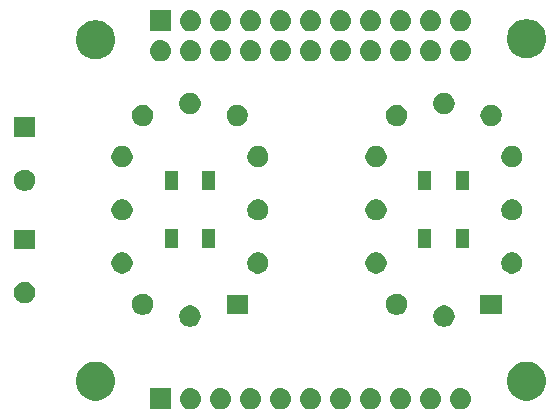
<source format=gts>
G04 #@! TF.GenerationSoftware,KiCad,Pcbnew,5.1.2*
G04 #@! TF.CreationDate,2019-05-05T16:50:57+02:00*
G04 #@! TF.ProjectId,nixieboard,6e697869-6562-46f6-9172-642e6b696361,rev?*
G04 #@! TF.SameCoordinates,Original*
G04 #@! TF.FileFunction,Soldermask,Top*
G04 #@! TF.FilePolarity,Negative*
%FSLAX46Y46*%
G04 Gerber Fmt 4.6, Leading zero omitted, Abs format (unit mm)*
G04 Created by KiCad (PCBNEW 5.1.2) date 2019-05-05 16:50:57*
%MOMM*%
%LPD*%
G04 APERTURE LIST*
%ADD10C,0.100000*%
G04 APERTURE END LIST*
D10*
G36*
X128901000Y-102901000D02*
G01*
X127099000Y-102901000D01*
X127099000Y-101099000D01*
X128901000Y-101099000D01*
X128901000Y-102901000D01*
X128901000Y-102901000D01*
G37*
G36*
X150970442Y-101105518D02*
G01*
X151036627Y-101112037D01*
X151206466Y-101163557D01*
X151362991Y-101247222D01*
X151398729Y-101276552D01*
X151500186Y-101359814D01*
X151583448Y-101461271D01*
X151612778Y-101497009D01*
X151696443Y-101653534D01*
X151747963Y-101823373D01*
X151765359Y-102000000D01*
X151747963Y-102176627D01*
X151696443Y-102346466D01*
X151612778Y-102502991D01*
X151583448Y-102538729D01*
X151500186Y-102640186D01*
X151398729Y-102723448D01*
X151362991Y-102752778D01*
X151206466Y-102836443D01*
X151036627Y-102887963D01*
X150970443Y-102894481D01*
X150904260Y-102901000D01*
X150815740Y-102901000D01*
X150749558Y-102894482D01*
X150683373Y-102887963D01*
X150513534Y-102836443D01*
X150357009Y-102752778D01*
X150321271Y-102723448D01*
X150219814Y-102640186D01*
X150136552Y-102538729D01*
X150107222Y-102502991D01*
X150023557Y-102346466D01*
X149972037Y-102176627D01*
X149954641Y-102000000D01*
X149972037Y-101823373D01*
X150023557Y-101653534D01*
X150107222Y-101497009D01*
X150136552Y-101461271D01*
X150219814Y-101359814D01*
X150321271Y-101276552D01*
X150357009Y-101247222D01*
X150513534Y-101163557D01*
X150683373Y-101112037D01*
X150749558Y-101105518D01*
X150815740Y-101099000D01*
X150904260Y-101099000D01*
X150970442Y-101105518D01*
X150970442Y-101105518D01*
G37*
G36*
X153510442Y-101105518D02*
G01*
X153576627Y-101112037D01*
X153746466Y-101163557D01*
X153902991Y-101247222D01*
X153938729Y-101276552D01*
X154040186Y-101359814D01*
X154123448Y-101461271D01*
X154152778Y-101497009D01*
X154236443Y-101653534D01*
X154287963Y-101823373D01*
X154305359Y-102000000D01*
X154287963Y-102176627D01*
X154236443Y-102346466D01*
X154152778Y-102502991D01*
X154123448Y-102538729D01*
X154040186Y-102640186D01*
X153938729Y-102723448D01*
X153902991Y-102752778D01*
X153746466Y-102836443D01*
X153576627Y-102887963D01*
X153510443Y-102894481D01*
X153444260Y-102901000D01*
X153355740Y-102901000D01*
X153289558Y-102894482D01*
X153223373Y-102887963D01*
X153053534Y-102836443D01*
X152897009Y-102752778D01*
X152861271Y-102723448D01*
X152759814Y-102640186D01*
X152676552Y-102538729D01*
X152647222Y-102502991D01*
X152563557Y-102346466D01*
X152512037Y-102176627D01*
X152494641Y-102000000D01*
X152512037Y-101823373D01*
X152563557Y-101653534D01*
X152647222Y-101497009D01*
X152676552Y-101461271D01*
X152759814Y-101359814D01*
X152861271Y-101276552D01*
X152897009Y-101247222D01*
X153053534Y-101163557D01*
X153223373Y-101112037D01*
X153289558Y-101105518D01*
X153355740Y-101099000D01*
X153444260Y-101099000D01*
X153510442Y-101105518D01*
X153510442Y-101105518D01*
G37*
G36*
X148430442Y-101105518D02*
G01*
X148496627Y-101112037D01*
X148666466Y-101163557D01*
X148822991Y-101247222D01*
X148858729Y-101276552D01*
X148960186Y-101359814D01*
X149043448Y-101461271D01*
X149072778Y-101497009D01*
X149156443Y-101653534D01*
X149207963Y-101823373D01*
X149225359Y-102000000D01*
X149207963Y-102176627D01*
X149156443Y-102346466D01*
X149072778Y-102502991D01*
X149043448Y-102538729D01*
X148960186Y-102640186D01*
X148858729Y-102723448D01*
X148822991Y-102752778D01*
X148666466Y-102836443D01*
X148496627Y-102887963D01*
X148430443Y-102894481D01*
X148364260Y-102901000D01*
X148275740Y-102901000D01*
X148209558Y-102894482D01*
X148143373Y-102887963D01*
X147973534Y-102836443D01*
X147817009Y-102752778D01*
X147781271Y-102723448D01*
X147679814Y-102640186D01*
X147596552Y-102538729D01*
X147567222Y-102502991D01*
X147483557Y-102346466D01*
X147432037Y-102176627D01*
X147414641Y-102000000D01*
X147432037Y-101823373D01*
X147483557Y-101653534D01*
X147567222Y-101497009D01*
X147596552Y-101461271D01*
X147679814Y-101359814D01*
X147781271Y-101276552D01*
X147817009Y-101247222D01*
X147973534Y-101163557D01*
X148143373Y-101112037D01*
X148209558Y-101105518D01*
X148275740Y-101099000D01*
X148364260Y-101099000D01*
X148430442Y-101105518D01*
X148430442Y-101105518D01*
G37*
G36*
X145890442Y-101105518D02*
G01*
X145956627Y-101112037D01*
X146126466Y-101163557D01*
X146282991Y-101247222D01*
X146318729Y-101276552D01*
X146420186Y-101359814D01*
X146503448Y-101461271D01*
X146532778Y-101497009D01*
X146616443Y-101653534D01*
X146667963Y-101823373D01*
X146685359Y-102000000D01*
X146667963Y-102176627D01*
X146616443Y-102346466D01*
X146532778Y-102502991D01*
X146503448Y-102538729D01*
X146420186Y-102640186D01*
X146318729Y-102723448D01*
X146282991Y-102752778D01*
X146126466Y-102836443D01*
X145956627Y-102887963D01*
X145890443Y-102894481D01*
X145824260Y-102901000D01*
X145735740Y-102901000D01*
X145669558Y-102894482D01*
X145603373Y-102887963D01*
X145433534Y-102836443D01*
X145277009Y-102752778D01*
X145241271Y-102723448D01*
X145139814Y-102640186D01*
X145056552Y-102538729D01*
X145027222Y-102502991D01*
X144943557Y-102346466D01*
X144892037Y-102176627D01*
X144874641Y-102000000D01*
X144892037Y-101823373D01*
X144943557Y-101653534D01*
X145027222Y-101497009D01*
X145056552Y-101461271D01*
X145139814Y-101359814D01*
X145241271Y-101276552D01*
X145277009Y-101247222D01*
X145433534Y-101163557D01*
X145603373Y-101112037D01*
X145669558Y-101105518D01*
X145735740Y-101099000D01*
X145824260Y-101099000D01*
X145890442Y-101105518D01*
X145890442Y-101105518D01*
G37*
G36*
X143350442Y-101105518D02*
G01*
X143416627Y-101112037D01*
X143586466Y-101163557D01*
X143742991Y-101247222D01*
X143778729Y-101276552D01*
X143880186Y-101359814D01*
X143963448Y-101461271D01*
X143992778Y-101497009D01*
X144076443Y-101653534D01*
X144127963Y-101823373D01*
X144145359Y-102000000D01*
X144127963Y-102176627D01*
X144076443Y-102346466D01*
X143992778Y-102502991D01*
X143963448Y-102538729D01*
X143880186Y-102640186D01*
X143778729Y-102723448D01*
X143742991Y-102752778D01*
X143586466Y-102836443D01*
X143416627Y-102887963D01*
X143350443Y-102894481D01*
X143284260Y-102901000D01*
X143195740Y-102901000D01*
X143129558Y-102894482D01*
X143063373Y-102887963D01*
X142893534Y-102836443D01*
X142737009Y-102752778D01*
X142701271Y-102723448D01*
X142599814Y-102640186D01*
X142516552Y-102538729D01*
X142487222Y-102502991D01*
X142403557Y-102346466D01*
X142352037Y-102176627D01*
X142334641Y-102000000D01*
X142352037Y-101823373D01*
X142403557Y-101653534D01*
X142487222Y-101497009D01*
X142516552Y-101461271D01*
X142599814Y-101359814D01*
X142701271Y-101276552D01*
X142737009Y-101247222D01*
X142893534Y-101163557D01*
X143063373Y-101112037D01*
X143129558Y-101105518D01*
X143195740Y-101099000D01*
X143284260Y-101099000D01*
X143350442Y-101105518D01*
X143350442Y-101105518D01*
G37*
G36*
X138270442Y-101105518D02*
G01*
X138336627Y-101112037D01*
X138506466Y-101163557D01*
X138662991Y-101247222D01*
X138698729Y-101276552D01*
X138800186Y-101359814D01*
X138883448Y-101461271D01*
X138912778Y-101497009D01*
X138996443Y-101653534D01*
X139047963Y-101823373D01*
X139065359Y-102000000D01*
X139047963Y-102176627D01*
X138996443Y-102346466D01*
X138912778Y-102502991D01*
X138883448Y-102538729D01*
X138800186Y-102640186D01*
X138698729Y-102723448D01*
X138662991Y-102752778D01*
X138506466Y-102836443D01*
X138336627Y-102887963D01*
X138270443Y-102894481D01*
X138204260Y-102901000D01*
X138115740Y-102901000D01*
X138049558Y-102894482D01*
X137983373Y-102887963D01*
X137813534Y-102836443D01*
X137657009Y-102752778D01*
X137621271Y-102723448D01*
X137519814Y-102640186D01*
X137436552Y-102538729D01*
X137407222Y-102502991D01*
X137323557Y-102346466D01*
X137272037Y-102176627D01*
X137254641Y-102000000D01*
X137272037Y-101823373D01*
X137323557Y-101653534D01*
X137407222Y-101497009D01*
X137436552Y-101461271D01*
X137519814Y-101359814D01*
X137621271Y-101276552D01*
X137657009Y-101247222D01*
X137813534Y-101163557D01*
X137983373Y-101112037D01*
X138049558Y-101105518D01*
X138115740Y-101099000D01*
X138204260Y-101099000D01*
X138270442Y-101105518D01*
X138270442Y-101105518D01*
G37*
G36*
X135730442Y-101105518D02*
G01*
X135796627Y-101112037D01*
X135966466Y-101163557D01*
X136122991Y-101247222D01*
X136158729Y-101276552D01*
X136260186Y-101359814D01*
X136343448Y-101461271D01*
X136372778Y-101497009D01*
X136456443Y-101653534D01*
X136507963Y-101823373D01*
X136525359Y-102000000D01*
X136507963Y-102176627D01*
X136456443Y-102346466D01*
X136372778Y-102502991D01*
X136343448Y-102538729D01*
X136260186Y-102640186D01*
X136158729Y-102723448D01*
X136122991Y-102752778D01*
X135966466Y-102836443D01*
X135796627Y-102887963D01*
X135730443Y-102894481D01*
X135664260Y-102901000D01*
X135575740Y-102901000D01*
X135509558Y-102894482D01*
X135443373Y-102887963D01*
X135273534Y-102836443D01*
X135117009Y-102752778D01*
X135081271Y-102723448D01*
X134979814Y-102640186D01*
X134896552Y-102538729D01*
X134867222Y-102502991D01*
X134783557Y-102346466D01*
X134732037Y-102176627D01*
X134714641Y-102000000D01*
X134732037Y-101823373D01*
X134783557Y-101653534D01*
X134867222Y-101497009D01*
X134896552Y-101461271D01*
X134979814Y-101359814D01*
X135081271Y-101276552D01*
X135117009Y-101247222D01*
X135273534Y-101163557D01*
X135443373Y-101112037D01*
X135509558Y-101105518D01*
X135575740Y-101099000D01*
X135664260Y-101099000D01*
X135730442Y-101105518D01*
X135730442Y-101105518D01*
G37*
G36*
X133190442Y-101105518D02*
G01*
X133256627Y-101112037D01*
X133426466Y-101163557D01*
X133582991Y-101247222D01*
X133618729Y-101276552D01*
X133720186Y-101359814D01*
X133803448Y-101461271D01*
X133832778Y-101497009D01*
X133916443Y-101653534D01*
X133967963Y-101823373D01*
X133985359Y-102000000D01*
X133967963Y-102176627D01*
X133916443Y-102346466D01*
X133832778Y-102502991D01*
X133803448Y-102538729D01*
X133720186Y-102640186D01*
X133618729Y-102723448D01*
X133582991Y-102752778D01*
X133426466Y-102836443D01*
X133256627Y-102887963D01*
X133190443Y-102894481D01*
X133124260Y-102901000D01*
X133035740Y-102901000D01*
X132969558Y-102894482D01*
X132903373Y-102887963D01*
X132733534Y-102836443D01*
X132577009Y-102752778D01*
X132541271Y-102723448D01*
X132439814Y-102640186D01*
X132356552Y-102538729D01*
X132327222Y-102502991D01*
X132243557Y-102346466D01*
X132192037Y-102176627D01*
X132174641Y-102000000D01*
X132192037Y-101823373D01*
X132243557Y-101653534D01*
X132327222Y-101497009D01*
X132356552Y-101461271D01*
X132439814Y-101359814D01*
X132541271Y-101276552D01*
X132577009Y-101247222D01*
X132733534Y-101163557D01*
X132903373Y-101112037D01*
X132969558Y-101105518D01*
X133035740Y-101099000D01*
X133124260Y-101099000D01*
X133190442Y-101105518D01*
X133190442Y-101105518D01*
G37*
G36*
X130650442Y-101105518D02*
G01*
X130716627Y-101112037D01*
X130886466Y-101163557D01*
X131042991Y-101247222D01*
X131078729Y-101276552D01*
X131180186Y-101359814D01*
X131263448Y-101461271D01*
X131292778Y-101497009D01*
X131376443Y-101653534D01*
X131427963Y-101823373D01*
X131445359Y-102000000D01*
X131427963Y-102176627D01*
X131376443Y-102346466D01*
X131292778Y-102502991D01*
X131263448Y-102538729D01*
X131180186Y-102640186D01*
X131078729Y-102723448D01*
X131042991Y-102752778D01*
X130886466Y-102836443D01*
X130716627Y-102887963D01*
X130650443Y-102894481D01*
X130584260Y-102901000D01*
X130495740Y-102901000D01*
X130429558Y-102894482D01*
X130363373Y-102887963D01*
X130193534Y-102836443D01*
X130037009Y-102752778D01*
X130001271Y-102723448D01*
X129899814Y-102640186D01*
X129816552Y-102538729D01*
X129787222Y-102502991D01*
X129703557Y-102346466D01*
X129652037Y-102176627D01*
X129634641Y-102000000D01*
X129652037Y-101823373D01*
X129703557Y-101653534D01*
X129787222Y-101497009D01*
X129816552Y-101461271D01*
X129899814Y-101359814D01*
X130001271Y-101276552D01*
X130037009Y-101247222D01*
X130193534Y-101163557D01*
X130363373Y-101112037D01*
X130429558Y-101105518D01*
X130495740Y-101099000D01*
X130584260Y-101099000D01*
X130650442Y-101105518D01*
X130650442Y-101105518D01*
G37*
G36*
X140810442Y-101105518D02*
G01*
X140876627Y-101112037D01*
X141046466Y-101163557D01*
X141202991Y-101247222D01*
X141238729Y-101276552D01*
X141340186Y-101359814D01*
X141423448Y-101461271D01*
X141452778Y-101497009D01*
X141536443Y-101653534D01*
X141587963Y-101823373D01*
X141605359Y-102000000D01*
X141587963Y-102176627D01*
X141536443Y-102346466D01*
X141452778Y-102502991D01*
X141423448Y-102538729D01*
X141340186Y-102640186D01*
X141238729Y-102723448D01*
X141202991Y-102752778D01*
X141046466Y-102836443D01*
X140876627Y-102887963D01*
X140810443Y-102894481D01*
X140744260Y-102901000D01*
X140655740Y-102901000D01*
X140589558Y-102894482D01*
X140523373Y-102887963D01*
X140353534Y-102836443D01*
X140197009Y-102752778D01*
X140161271Y-102723448D01*
X140059814Y-102640186D01*
X139976552Y-102538729D01*
X139947222Y-102502991D01*
X139863557Y-102346466D01*
X139812037Y-102176627D01*
X139794641Y-102000000D01*
X139812037Y-101823373D01*
X139863557Y-101653534D01*
X139947222Y-101497009D01*
X139976552Y-101461271D01*
X140059814Y-101359814D01*
X140161271Y-101276552D01*
X140197009Y-101247222D01*
X140353534Y-101163557D01*
X140523373Y-101112037D01*
X140589558Y-101105518D01*
X140655740Y-101099000D01*
X140744260Y-101099000D01*
X140810442Y-101105518D01*
X140810442Y-101105518D01*
G37*
G36*
X159375256Y-98891298D02*
G01*
X159481579Y-98912447D01*
X159782042Y-99036903D01*
X160052451Y-99217585D01*
X160282415Y-99447549D01*
X160463097Y-99717958D01*
X160587553Y-100018421D01*
X160651000Y-100337391D01*
X160651000Y-100662609D01*
X160587553Y-100981579D01*
X160463097Y-101282042D01*
X160282415Y-101552451D01*
X160052451Y-101782415D01*
X159782042Y-101963097D01*
X159481579Y-102087553D01*
X159375256Y-102108702D01*
X159162611Y-102151000D01*
X158837389Y-102151000D01*
X158624744Y-102108702D01*
X158518421Y-102087553D01*
X158217958Y-101963097D01*
X157947549Y-101782415D01*
X157717585Y-101552451D01*
X157536903Y-101282042D01*
X157412447Y-100981579D01*
X157349000Y-100662609D01*
X157349000Y-100337391D01*
X157412447Y-100018421D01*
X157536903Y-99717958D01*
X157717585Y-99447549D01*
X157947549Y-99217585D01*
X158217958Y-99036903D01*
X158518421Y-98912447D01*
X158624744Y-98891298D01*
X158837389Y-98849000D01*
X159162611Y-98849000D01*
X159375256Y-98891298D01*
X159375256Y-98891298D01*
G37*
G36*
X122875256Y-98891298D02*
G01*
X122981579Y-98912447D01*
X123282042Y-99036903D01*
X123552451Y-99217585D01*
X123782415Y-99447549D01*
X123963097Y-99717958D01*
X124087553Y-100018421D01*
X124151000Y-100337391D01*
X124151000Y-100662609D01*
X124087553Y-100981579D01*
X123963097Y-101282042D01*
X123782415Y-101552451D01*
X123552451Y-101782415D01*
X123282042Y-101963097D01*
X122981579Y-102087553D01*
X122875256Y-102108702D01*
X122662611Y-102151000D01*
X122337389Y-102151000D01*
X122124744Y-102108702D01*
X122018421Y-102087553D01*
X121717958Y-101963097D01*
X121447549Y-101782415D01*
X121217585Y-101552451D01*
X121036903Y-101282042D01*
X120912447Y-100981579D01*
X120849000Y-100662609D01*
X120849000Y-100337391D01*
X120912447Y-100018421D01*
X121036903Y-99717958D01*
X121217585Y-99447549D01*
X121447549Y-99217585D01*
X121717958Y-99036903D01*
X122018421Y-98912447D01*
X122124744Y-98891298D01*
X122337389Y-98849000D01*
X122662611Y-98849000D01*
X122875256Y-98891298D01*
X122875256Y-98891298D01*
G37*
G36*
X152113512Y-94103927D02*
G01*
X152262812Y-94133624D01*
X152426784Y-94201544D01*
X152574354Y-94300147D01*
X152699853Y-94425646D01*
X152798456Y-94573216D01*
X152866376Y-94737188D01*
X152892072Y-94866375D01*
X152898960Y-94901000D01*
X152901000Y-94911259D01*
X152901000Y-95088741D01*
X152866376Y-95262812D01*
X152798456Y-95426784D01*
X152699853Y-95574354D01*
X152574354Y-95699853D01*
X152426784Y-95798456D01*
X152262812Y-95866376D01*
X152113512Y-95896073D01*
X152088742Y-95901000D01*
X151911258Y-95901000D01*
X151886488Y-95896073D01*
X151737188Y-95866376D01*
X151573216Y-95798456D01*
X151425646Y-95699853D01*
X151300147Y-95574354D01*
X151201544Y-95426784D01*
X151133624Y-95262812D01*
X151099000Y-95088741D01*
X151099000Y-94911259D01*
X151101041Y-94901000D01*
X151107928Y-94866375D01*
X151133624Y-94737188D01*
X151201544Y-94573216D01*
X151300147Y-94425646D01*
X151425646Y-94300147D01*
X151573216Y-94201544D01*
X151737188Y-94133624D01*
X151886488Y-94103927D01*
X151911258Y-94099000D01*
X152088742Y-94099000D01*
X152113512Y-94103927D01*
X152113512Y-94103927D01*
G37*
G36*
X130613512Y-94103927D02*
G01*
X130762812Y-94133624D01*
X130926784Y-94201544D01*
X131074354Y-94300147D01*
X131199853Y-94425646D01*
X131298456Y-94573216D01*
X131366376Y-94737188D01*
X131392072Y-94866375D01*
X131398960Y-94901000D01*
X131401000Y-94911259D01*
X131401000Y-95088741D01*
X131366376Y-95262812D01*
X131298456Y-95426784D01*
X131199853Y-95574354D01*
X131074354Y-95699853D01*
X130926784Y-95798456D01*
X130762812Y-95866376D01*
X130613512Y-95896073D01*
X130588742Y-95901000D01*
X130411258Y-95901000D01*
X130386488Y-95896073D01*
X130237188Y-95866376D01*
X130073216Y-95798456D01*
X129925646Y-95699853D01*
X129800147Y-95574354D01*
X129701544Y-95426784D01*
X129633624Y-95262812D01*
X129599000Y-95088741D01*
X129599000Y-94911259D01*
X129601041Y-94901000D01*
X129607928Y-94866375D01*
X129633624Y-94737188D01*
X129701544Y-94573216D01*
X129800147Y-94425646D01*
X129925646Y-94300147D01*
X130073216Y-94201544D01*
X130237188Y-94133624D01*
X130386488Y-94103927D01*
X130411258Y-94099000D01*
X130588742Y-94099000D01*
X130613512Y-94103927D01*
X130613512Y-94103927D01*
G37*
G36*
X148113512Y-93103927D02*
G01*
X148262812Y-93133624D01*
X148426784Y-93201544D01*
X148574354Y-93300147D01*
X148699853Y-93425646D01*
X148798456Y-93573216D01*
X148866376Y-93737188D01*
X148892072Y-93866375D01*
X148901000Y-93911258D01*
X148901000Y-94088742D01*
X148896073Y-94113512D01*
X148866376Y-94262812D01*
X148798456Y-94426784D01*
X148699853Y-94574354D01*
X148574354Y-94699853D01*
X148426784Y-94798456D01*
X148262812Y-94866376D01*
X148113512Y-94896073D01*
X148088742Y-94901000D01*
X147911258Y-94901000D01*
X147886488Y-94896073D01*
X147737188Y-94866376D01*
X147573216Y-94798456D01*
X147425646Y-94699853D01*
X147300147Y-94574354D01*
X147201544Y-94426784D01*
X147133624Y-94262812D01*
X147103927Y-94113512D01*
X147099000Y-94088742D01*
X147099000Y-93911258D01*
X147107928Y-93866375D01*
X147133624Y-93737188D01*
X147201544Y-93573216D01*
X147300147Y-93425646D01*
X147425646Y-93300147D01*
X147573216Y-93201544D01*
X147737188Y-93133624D01*
X147886488Y-93103927D01*
X147911258Y-93099000D01*
X148088742Y-93099000D01*
X148113512Y-93103927D01*
X148113512Y-93103927D01*
G37*
G36*
X126613512Y-93103927D02*
G01*
X126762812Y-93133624D01*
X126926784Y-93201544D01*
X127074354Y-93300147D01*
X127199853Y-93425646D01*
X127298456Y-93573216D01*
X127366376Y-93737188D01*
X127392072Y-93866375D01*
X127401000Y-93911258D01*
X127401000Y-94088742D01*
X127396073Y-94113512D01*
X127366376Y-94262812D01*
X127298456Y-94426784D01*
X127199853Y-94574354D01*
X127074354Y-94699853D01*
X126926784Y-94798456D01*
X126762812Y-94866376D01*
X126613512Y-94896073D01*
X126588742Y-94901000D01*
X126411258Y-94901000D01*
X126386488Y-94896073D01*
X126237188Y-94866376D01*
X126073216Y-94798456D01*
X125925646Y-94699853D01*
X125800147Y-94574354D01*
X125701544Y-94426784D01*
X125633624Y-94262812D01*
X125603927Y-94113512D01*
X125599000Y-94088742D01*
X125599000Y-93911258D01*
X125607928Y-93866375D01*
X125633624Y-93737188D01*
X125701544Y-93573216D01*
X125800147Y-93425646D01*
X125925646Y-93300147D01*
X126073216Y-93201544D01*
X126237188Y-93133624D01*
X126386488Y-93103927D01*
X126411258Y-93099000D01*
X126588742Y-93099000D01*
X126613512Y-93103927D01*
X126613512Y-93103927D01*
G37*
G36*
X135401000Y-94813000D02*
G01*
X133599000Y-94813000D01*
X133599000Y-93187000D01*
X135401000Y-93187000D01*
X135401000Y-94813000D01*
X135401000Y-94813000D01*
G37*
G36*
X156901000Y-94813000D02*
G01*
X155099000Y-94813000D01*
X155099000Y-93187000D01*
X156901000Y-93187000D01*
X156901000Y-94813000D01*
X156901000Y-94813000D01*
G37*
G36*
X116613512Y-92103927D02*
G01*
X116762812Y-92133624D01*
X116926784Y-92201544D01*
X117074354Y-92300147D01*
X117199853Y-92425646D01*
X117298456Y-92573216D01*
X117366376Y-92737188D01*
X117396073Y-92886488D01*
X117401000Y-92911258D01*
X117401000Y-93088742D01*
X117396073Y-93113512D01*
X117366376Y-93262812D01*
X117298456Y-93426784D01*
X117199853Y-93574354D01*
X117074354Y-93699853D01*
X116926784Y-93798456D01*
X116762812Y-93866376D01*
X116613512Y-93896073D01*
X116588742Y-93901000D01*
X116411258Y-93901000D01*
X116386488Y-93896073D01*
X116237188Y-93866376D01*
X116073216Y-93798456D01*
X115925646Y-93699853D01*
X115800147Y-93574354D01*
X115701544Y-93426784D01*
X115633624Y-93262812D01*
X115603927Y-93113512D01*
X115599000Y-93088742D01*
X115599000Y-92911258D01*
X115603927Y-92886488D01*
X115633624Y-92737188D01*
X115701544Y-92573216D01*
X115800147Y-92425646D01*
X115925646Y-92300147D01*
X116073216Y-92201544D01*
X116237188Y-92133624D01*
X116386488Y-92103927D01*
X116411258Y-92099000D01*
X116588742Y-92099000D01*
X116613512Y-92103927D01*
X116613512Y-92103927D01*
G37*
G36*
X157863512Y-89603927D02*
G01*
X158012812Y-89633624D01*
X158176784Y-89701544D01*
X158324354Y-89800147D01*
X158449853Y-89925646D01*
X158548456Y-90073216D01*
X158616376Y-90237188D01*
X158651000Y-90411259D01*
X158651000Y-90588741D01*
X158616376Y-90762812D01*
X158548456Y-90926784D01*
X158449853Y-91074354D01*
X158324354Y-91199853D01*
X158176784Y-91298456D01*
X158012812Y-91366376D01*
X157863512Y-91396073D01*
X157838742Y-91401000D01*
X157661258Y-91401000D01*
X157636488Y-91396073D01*
X157487188Y-91366376D01*
X157323216Y-91298456D01*
X157175646Y-91199853D01*
X157050147Y-91074354D01*
X156951544Y-90926784D01*
X156883624Y-90762812D01*
X156849000Y-90588741D01*
X156849000Y-90411259D01*
X156883624Y-90237188D01*
X156951544Y-90073216D01*
X157050147Y-89925646D01*
X157175646Y-89800147D01*
X157323216Y-89701544D01*
X157487188Y-89633624D01*
X157636488Y-89603927D01*
X157661258Y-89599000D01*
X157838742Y-89599000D01*
X157863512Y-89603927D01*
X157863512Y-89603927D01*
G37*
G36*
X136363512Y-89603927D02*
G01*
X136512812Y-89633624D01*
X136676784Y-89701544D01*
X136824354Y-89800147D01*
X136949853Y-89925646D01*
X137048456Y-90073216D01*
X137116376Y-90237188D01*
X137151000Y-90411259D01*
X137151000Y-90588741D01*
X137116376Y-90762812D01*
X137048456Y-90926784D01*
X136949853Y-91074354D01*
X136824354Y-91199853D01*
X136676784Y-91298456D01*
X136512812Y-91366376D01*
X136363512Y-91396073D01*
X136338742Y-91401000D01*
X136161258Y-91401000D01*
X136136488Y-91396073D01*
X135987188Y-91366376D01*
X135823216Y-91298456D01*
X135675646Y-91199853D01*
X135550147Y-91074354D01*
X135451544Y-90926784D01*
X135383624Y-90762812D01*
X135349000Y-90588741D01*
X135349000Y-90411259D01*
X135383624Y-90237188D01*
X135451544Y-90073216D01*
X135550147Y-89925646D01*
X135675646Y-89800147D01*
X135823216Y-89701544D01*
X135987188Y-89633624D01*
X136136488Y-89603927D01*
X136161258Y-89599000D01*
X136338742Y-89599000D01*
X136363512Y-89603927D01*
X136363512Y-89603927D01*
G37*
G36*
X146363512Y-89603927D02*
G01*
X146512812Y-89633624D01*
X146676784Y-89701544D01*
X146824354Y-89800147D01*
X146949853Y-89925646D01*
X147048456Y-90073216D01*
X147116376Y-90237188D01*
X147151000Y-90411259D01*
X147151000Y-90588741D01*
X147116376Y-90762812D01*
X147048456Y-90926784D01*
X146949853Y-91074354D01*
X146824354Y-91199853D01*
X146676784Y-91298456D01*
X146512812Y-91366376D01*
X146363512Y-91396073D01*
X146338742Y-91401000D01*
X146161258Y-91401000D01*
X146136488Y-91396073D01*
X145987188Y-91366376D01*
X145823216Y-91298456D01*
X145675646Y-91199853D01*
X145550147Y-91074354D01*
X145451544Y-90926784D01*
X145383624Y-90762812D01*
X145349000Y-90588741D01*
X145349000Y-90411259D01*
X145383624Y-90237188D01*
X145451544Y-90073216D01*
X145550147Y-89925646D01*
X145675646Y-89800147D01*
X145823216Y-89701544D01*
X145987188Y-89633624D01*
X146136488Y-89603927D01*
X146161258Y-89599000D01*
X146338742Y-89599000D01*
X146363512Y-89603927D01*
X146363512Y-89603927D01*
G37*
G36*
X124863512Y-89603927D02*
G01*
X125012812Y-89633624D01*
X125176784Y-89701544D01*
X125324354Y-89800147D01*
X125449853Y-89925646D01*
X125548456Y-90073216D01*
X125616376Y-90237188D01*
X125651000Y-90411259D01*
X125651000Y-90588741D01*
X125616376Y-90762812D01*
X125548456Y-90926784D01*
X125449853Y-91074354D01*
X125324354Y-91199853D01*
X125176784Y-91298456D01*
X125012812Y-91366376D01*
X124863512Y-91396073D01*
X124838742Y-91401000D01*
X124661258Y-91401000D01*
X124636488Y-91396073D01*
X124487188Y-91366376D01*
X124323216Y-91298456D01*
X124175646Y-91199853D01*
X124050147Y-91074354D01*
X123951544Y-90926784D01*
X123883624Y-90762812D01*
X123849000Y-90588741D01*
X123849000Y-90411259D01*
X123883624Y-90237188D01*
X123951544Y-90073216D01*
X124050147Y-89925646D01*
X124175646Y-89800147D01*
X124323216Y-89701544D01*
X124487188Y-89633624D01*
X124636488Y-89603927D01*
X124661258Y-89599000D01*
X124838742Y-89599000D01*
X124863512Y-89603927D01*
X124863512Y-89603927D01*
G37*
G36*
X117401000Y-89313000D02*
G01*
X115599000Y-89313000D01*
X115599000Y-87687000D01*
X117401000Y-87687000D01*
X117401000Y-89313000D01*
X117401000Y-89313000D01*
G37*
G36*
X154151000Y-89251000D02*
G01*
X153049000Y-89251000D01*
X153049000Y-87649000D01*
X154151000Y-87649000D01*
X154151000Y-89251000D01*
X154151000Y-89251000D01*
G37*
G36*
X132651000Y-89251000D02*
G01*
X131549000Y-89251000D01*
X131549000Y-87649000D01*
X132651000Y-87649000D01*
X132651000Y-89251000D01*
X132651000Y-89251000D01*
G37*
G36*
X129451000Y-89251000D02*
G01*
X128349000Y-89251000D01*
X128349000Y-87649000D01*
X129451000Y-87649000D01*
X129451000Y-89251000D01*
X129451000Y-89251000D01*
G37*
G36*
X150951000Y-89251000D02*
G01*
X149849000Y-89251000D01*
X149849000Y-87649000D01*
X150951000Y-87649000D01*
X150951000Y-89251000D01*
X150951000Y-89251000D01*
G37*
G36*
X146363512Y-85103927D02*
G01*
X146512812Y-85133624D01*
X146676784Y-85201544D01*
X146824354Y-85300147D01*
X146949853Y-85425646D01*
X147048456Y-85573216D01*
X147116376Y-85737188D01*
X147151000Y-85911259D01*
X147151000Y-86088741D01*
X147116376Y-86262812D01*
X147048456Y-86426784D01*
X146949853Y-86574354D01*
X146824354Y-86699853D01*
X146676784Y-86798456D01*
X146512812Y-86866376D01*
X146363512Y-86896073D01*
X146338742Y-86901000D01*
X146161258Y-86901000D01*
X146136488Y-86896073D01*
X145987188Y-86866376D01*
X145823216Y-86798456D01*
X145675646Y-86699853D01*
X145550147Y-86574354D01*
X145451544Y-86426784D01*
X145383624Y-86262812D01*
X145349000Y-86088741D01*
X145349000Y-85911259D01*
X145383624Y-85737188D01*
X145451544Y-85573216D01*
X145550147Y-85425646D01*
X145675646Y-85300147D01*
X145823216Y-85201544D01*
X145987188Y-85133624D01*
X146136488Y-85103927D01*
X146161258Y-85099000D01*
X146338742Y-85099000D01*
X146363512Y-85103927D01*
X146363512Y-85103927D01*
G37*
G36*
X157863512Y-85103927D02*
G01*
X158012812Y-85133624D01*
X158176784Y-85201544D01*
X158324354Y-85300147D01*
X158449853Y-85425646D01*
X158548456Y-85573216D01*
X158616376Y-85737188D01*
X158651000Y-85911259D01*
X158651000Y-86088741D01*
X158616376Y-86262812D01*
X158548456Y-86426784D01*
X158449853Y-86574354D01*
X158324354Y-86699853D01*
X158176784Y-86798456D01*
X158012812Y-86866376D01*
X157863512Y-86896073D01*
X157838742Y-86901000D01*
X157661258Y-86901000D01*
X157636488Y-86896073D01*
X157487188Y-86866376D01*
X157323216Y-86798456D01*
X157175646Y-86699853D01*
X157050147Y-86574354D01*
X156951544Y-86426784D01*
X156883624Y-86262812D01*
X156849000Y-86088741D01*
X156849000Y-85911259D01*
X156883624Y-85737188D01*
X156951544Y-85573216D01*
X157050147Y-85425646D01*
X157175646Y-85300147D01*
X157323216Y-85201544D01*
X157487188Y-85133624D01*
X157636488Y-85103927D01*
X157661258Y-85099000D01*
X157838742Y-85099000D01*
X157863512Y-85103927D01*
X157863512Y-85103927D01*
G37*
G36*
X124863512Y-85103927D02*
G01*
X125012812Y-85133624D01*
X125176784Y-85201544D01*
X125324354Y-85300147D01*
X125449853Y-85425646D01*
X125548456Y-85573216D01*
X125616376Y-85737188D01*
X125651000Y-85911259D01*
X125651000Y-86088741D01*
X125616376Y-86262812D01*
X125548456Y-86426784D01*
X125449853Y-86574354D01*
X125324354Y-86699853D01*
X125176784Y-86798456D01*
X125012812Y-86866376D01*
X124863512Y-86896073D01*
X124838742Y-86901000D01*
X124661258Y-86901000D01*
X124636488Y-86896073D01*
X124487188Y-86866376D01*
X124323216Y-86798456D01*
X124175646Y-86699853D01*
X124050147Y-86574354D01*
X123951544Y-86426784D01*
X123883624Y-86262812D01*
X123849000Y-86088741D01*
X123849000Y-85911259D01*
X123883624Y-85737188D01*
X123951544Y-85573216D01*
X124050147Y-85425646D01*
X124175646Y-85300147D01*
X124323216Y-85201544D01*
X124487188Y-85133624D01*
X124636488Y-85103927D01*
X124661258Y-85099000D01*
X124838742Y-85099000D01*
X124863512Y-85103927D01*
X124863512Y-85103927D01*
G37*
G36*
X136363512Y-85103927D02*
G01*
X136512812Y-85133624D01*
X136676784Y-85201544D01*
X136824354Y-85300147D01*
X136949853Y-85425646D01*
X137048456Y-85573216D01*
X137116376Y-85737188D01*
X137151000Y-85911259D01*
X137151000Y-86088741D01*
X137116376Y-86262812D01*
X137048456Y-86426784D01*
X136949853Y-86574354D01*
X136824354Y-86699853D01*
X136676784Y-86798456D01*
X136512812Y-86866376D01*
X136363512Y-86896073D01*
X136338742Y-86901000D01*
X136161258Y-86901000D01*
X136136488Y-86896073D01*
X135987188Y-86866376D01*
X135823216Y-86798456D01*
X135675646Y-86699853D01*
X135550147Y-86574354D01*
X135451544Y-86426784D01*
X135383624Y-86262812D01*
X135349000Y-86088741D01*
X135349000Y-85911259D01*
X135383624Y-85737188D01*
X135451544Y-85573216D01*
X135550147Y-85425646D01*
X135675646Y-85300147D01*
X135823216Y-85201544D01*
X135987188Y-85133624D01*
X136136488Y-85103927D01*
X136161258Y-85099000D01*
X136338742Y-85099000D01*
X136363512Y-85103927D01*
X136363512Y-85103927D01*
G37*
G36*
X116613512Y-82603927D02*
G01*
X116762812Y-82633624D01*
X116926784Y-82701544D01*
X117074354Y-82800147D01*
X117199853Y-82925646D01*
X117298456Y-83073216D01*
X117366376Y-83237188D01*
X117401000Y-83411259D01*
X117401000Y-83588741D01*
X117366376Y-83762812D01*
X117298456Y-83926784D01*
X117199853Y-84074354D01*
X117074354Y-84199853D01*
X116926784Y-84298456D01*
X116762812Y-84366376D01*
X116613512Y-84396073D01*
X116588742Y-84401000D01*
X116411258Y-84401000D01*
X116386488Y-84396073D01*
X116237188Y-84366376D01*
X116073216Y-84298456D01*
X115925646Y-84199853D01*
X115800147Y-84074354D01*
X115701544Y-83926784D01*
X115633624Y-83762812D01*
X115599000Y-83588741D01*
X115599000Y-83411259D01*
X115633624Y-83237188D01*
X115701544Y-83073216D01*
X115800147Y-82925646D01*
X115925646Y-82800147D01*
X116073216Y-82701544D01*
X116237188Y-82633624D01*
X116386488Y-82603927D01*
X116411258Y-82599000D01*
X116588742Y-82599000D01*
X116613512Y-82603927D01*
X116613512Y-82603927D01*
G37*
G36*
X129451000Y-84351000D02*
G01*
X128349000Y-84351000D01*
X128349000Y-82749000D01*
X129451000Y-82749000D01*
X129451000Y-84351000D01*
X129451000Y-84351000D01*
G37*
G36*
X150951000Y-84351000D02*
G01*
X149849000Y-84351000D01*
X149849000Y-82749000D01*
X150951000Y-82749000D01*
X150951000Y-84351000D01*
X150951000Y-84351000D01*
G37*
G36*
X154151000Y-84351000D02*
G01*
X153049000Y-84351000D01*
X153049000Y-82749000D01*
X154151000Y-82749000D01*
X154151000Y-84351000D01*
X154151000Y-84351000D01*
G37*
G36*
X132651000Y-84351000D02*
G01*
X131549000Y-84351000D01*
X131549000Y-82749000D01*
X132651000Y-82749000D01*
X132651000Y-84351000D01*
X132651000Y-84351000D01*
G37*
G36*
X157863512Y-80603927D02*
G01*
X158012812Y-80633624D01*
X158176784Y-80701544D01*
X158324354Y-80800147D01*
X158449853Y-80925646D01*
X158548456Y-81073216D01*
X158616376Y-81237188D01*
X158651000Y-81411259D01*
X158651000Y-81588741D01*
X158616376Y-81762812D01*
X158548456Y-81926784D01*
X158449853Y-82074354D01*
X158324354Y-82199853D01*
X158176784Y-82298456D01*
X158012812Y-82366376D01*
X157863512Y-82396073D01*
X157838742Y-82401000D01*
X157661258Y-82401000D01*
X157636488Y-82396073D01*
X157487188Y-82366376D01*
X157323216Y-82298456D01*
X157175646Y-82199853D01*
X157050147Y-82074354D01*
X156951544Y-81926784D01*
X156883624Y-81762812D01*
X156849000Y-81588741D01*
X156849000Y-81411259D01*
X156883624Y-81237188D01*
X156951544Y-81073216D01*
X157050147Y-80925646D01*
X157175646Y-80800147D01*
X157323216Y-80701544D01*
X157487188Y-80633624D01*
X157636488Y-80603927D01*
X157661258Y-80599000D01*
X157838742Y-80599000D01*
X157863512Y-80603927D01*
X157863512Y-80603927D01*
G37*
G36*
X146363512Y-80603927D02*
G01*
X146512812Y-80633624D01*
X146676784Y-80701544D01*
X146824354Y-80800147D01*
X146949853Y-80925646D01*
X147048456Y-81073216D01*
X147116376Y-81237188D01*
X147151000Y-81411259D01*
X147151000Y-81588741D01*
X147116376Y-81762812D01*
X147048456Y-81926784D01*
X146949853Y-82074354D01*
X146824354Y-82199853D01*
X146676784Y-82298456D01*
X146512812Y-82366376D01*
X146363512Y-82396073D01*
X146338742Y-82401000D01*
X146161258Y-82401000D01*
X146136488Y-82396073D01*
X145987188Y-82366376D01*
X145823216Y-82298456D01*
X145675646Y-82199853D01*
X145550147Y-82074354D01*
X145451544Y-81926784D01*
X145383624Y-81762812D01*
X145349000Y-81588741D01*
X145349000Y-81411259D01*
X145383624Y-81237188D01*
X145451544Y-81073216D01*
X145550147Y-80925646D01*
X145675646Y-80800147D01*
X145823216Y-80701544D01*
X145987188Y-80633624D01*
X146136488Y-80603927D01*
X146161258Y-80599000D01*
X146338742Y-80599000D01*
X146363512Y-80603927D01*
X146363512Y-80603927D01*
G37*
G36*
X136363512Y-80603927D02*
G01*
X136512812Y-80633624D01*
X136676784Y-80701544D01*
X136824354Y-80800147D01*
X136949853Y-80925646D01*
X137048456Y-81073216D01*
X137116376Y-81237188D01*
X137151000Y-81411259D01*
X137151000Y-81588741D01*
X137116376Y-81762812D01*
X137048456Y-81926784D01*
X136949853Y-82074354D01*
X136824354Y-82199853D01*
X136676784Y-82298456D01*
X136512812Y-82366376D01*
X136363512Y-82396073D01*
X136338742Y-82401000D01*
X136161258Y-82401000D01*
X136136488Y-82396073D01*
X135987188Y-82366376D01*
X135823216Y-82298456D01*
X135675646Y-82199853D01*
X135550147Y-82074354D01*
X135451544Y-81926784D01*
X135383624Y-81762812D01*
X135349000Y-81588741D01*
X135349000Y-81411259D01*
X135383624Y-81237188D01*
X135451544Y-81073216D01*
X135550147Y-80925646D01*
X135675646Y-80800147D01*
X135823216Y-80701544D01*
X135987188Y-80633624D01*
X136136488Y-80603927D01*
X136161258Y-80599000D01*
X136338742Y-80599000D01*
X136363512Y-80603927D01*
X136363512Y-80603927D01*
G37*
G36*
X124863512Y-80603927D02*
G01*
X125012812Y-80633624D01*
X125176784Y-80701544D01*
X125324354Y-80800147D01*
X125449853Y-80925646D01*
X125548456Y-81073216D01*
X125616376Y-81237188D01*
X125651000Y-81411259D01*
X125651000Y-81588741D01*
X125616376Y-81762812D01*
X125548456Y-81926784D01*
X125449853Y-82074354D01*
X125324354Y-82199853D01*
X125176784Y-82298456D01*
X125012812Y-82366376D01*
X124863512Y-82396073D01*
X124838742Y-82401000D01*
X124661258Y-82401000D01*
X124636488Y-82396073D01*
X124487188Y-82366376D01*
X124323216Y-82298456D01*
X124175646Y-82199853D01*
X124050147Y-82074354D01*
X123951544Y-81926784D01*
X123883624Y-81762812D01*
X123849000Y-81588741D01*
X123849000Y-81411259D01*
X123883624Y-81237188D01*
X123951544Y-81073216D01*
X124050147Y-80925646D01*
X124175646Y-80800147D01*
X124323216Y-80701544D01*
X124487188Y-80633624D01*
X124636488Y-80603927D01*
X124661258Y-80599000D01*
X124838742Y-80599000D01*
X124863512Y-80603927D01*
X124863512Y-80603927D01*
G37*
G36*
X117401000Y-79813000D02*
G01*
X115599000Y-79813000D01*
X115599000Y-78187000D01*
X117401000Y-78187000D01*
X117401000Y-79813000D01*
X117401000Y-79813000D01*
G37*
G36*
X148113512Y-77103927D02*
G01*
X148262812Y-77133624D01*
X148426784Y-77201544D01*
X148574354Y-77300147D01*
X148699853Y-77425646D01*
X148798456Y-77573216D01*
X148866376Y-77737188D01*
X148892072Y-77866375D01*
X148898960Y-77901000D01*
X148901000Y-77911259D01*
X148901000Y-78088741D01*
X148866376Y-78262812D01*
X148798456Y-78426784D01*
X148699853Y-78574354D01*
X148574354Y-78699853D01*
X148426784Y-78798456D01*
X148262812Y-78866376D01*
X148113512Y-78896073D01*
X148088742Y-78901000D01*
X147911258Y-78901000D01*
X147886488Y-78896073D01*
X147737188Y-78866376D01*
X147573216Y-78798456D01*
X147425646Y-78699853D01*
X147300147Y-78574354D01*
X147201544Y-78426784D01*
X147133624Y-78262812D01*
X147099000Y-78088741D01*
X147099000Y-77911259D01*
X147101041Y-77901000D01*
X147107928Y-77866375D01*
X147133624Y-77737188D01*
X147201544Y-77573216D01*
X147300147Y-77425646D01*
X147425646Y-77300147D01*
X147573216Y-77201544D01*
X147737188Y-77133624D01*
X147886488Y-77103927D01*
X147911258Y-77099000D01*
X148088742Y-77099000D01*
X148113512Y-77103927D01*
X148113512Y-77103927D01*
G37*
G36*
X134613512Y-77103927D02*
G01*
X134762812Y-77133624D01*
X134926784Y-77201544D01*
X135074354Y-77300147D01*
X135199853Y-77425646D01*
X135298456Y-77573216D01*
X135366376Y-77737188D01*
X135392072Y-77866375D01*
X135398960Y-77901000D01*
X135401000Y-77911259D01*
X135401000Y-78088741D01*
X135366376Y-78262812D01*
X135298456Y-78426784D01*
X135199853Y-78574354D01*
X135074354Y-78699853D01*
X134926784Y-78798456D01*
X134762812Y-78866376D01*
X134613512Y-78896073D01*
X134588742Y-78901000D01*
X134411258Y-78901000D01*
X134386488Y-78896073D01*
X134237188Y-78866376D01*
X134073216Y-78798456D01*
X133925646Y-78699853D01*
X133800147Y-78574354D01*
X133701544Y-78426784D01*
X133633624Y-78262812D01*
X133599000Y-78088741D01*
X133599000Y-77911259D01*
X133601041Y-77901000D01*
X133607928Y-77866375D01*
X133633624Y-77737188D01*
X133701544Y-77573216D01*
X133800147Y-77425646D01*
X133925646Y-77300147D01*
X134073216Y-77201544D01*
X134237188Y-77133624D01*
X134386488Y-77103927D01*
X134411258Y-77099000D01*
X134588742Y-77099000D01*
X134613512Y-77103927D01*
X134613512Y-77103927D01*
G37*
G36*
X126613512Y-77103927D02*
G01*
X126762812Y-77133624D01*
X126926784Y-77201544D01*
X127074354Y-77300147D01*
X127199853Y-77425646D01*
X127298456Y-77573216D01*
X127366376Y-77737188D01*
X127392072Y-77866375D01*
X127398960Y-77901000D01*
X127401000Y-77911259D01*
X127401000Y-78088741D01*
X127366376Y-78262812D01*
X127298456Y-78426784D01*
X127199853Y-78574354D01*
X127074354Y-78699853D01*
X126926784Y-78798456D01*
X126762812Y-78866376D01*
X126613512Y-78896073D01*
X126588742Y-78901000D01*
X126411258Y-78901000D01*
X126386488Y-78896073D01*
X126237188Y-78866376D01*
X126073216Y-78798456D01*
X125925646Y-78699853D01*
X125800147Y-78574354D01*
X125701544Y-78426784D01*
X125633624Y-78262812D01*
X125599000Y-78088741D01*
X125599000Y-77911259D01*
X125601041Y-77901000D01*
X125607928Y-77866375D01*
X125633624Y-77737188D01*
X125701544Y-77573216D01*
X125800147Y-77425646D01*
X125925646Y-77300147D01*
X126073216Y-77201544D01*
X126237188Y-77133624D01*
X126386488Y-77103927D01*
X126411258Y-77099000D01*
X126588742Y-77099000D01*
X126613512Y-77103927D01*
X126613512Y-77103927D01*
G37*
G36*
X156113512Y-77103927D02*
G01*
X156262812Y-77133624D01*
X156426784Y-77201544D01*
X156574354Y-77300147D01*
X156699853Y-77425646D01*
X156798456Y-77573216D01*
X156866376Y-77737188D01*
X156892072Y-77866375D01*
X156898960Y-77901000D01*
X156901000Y-77911259D01*
X156901000Y-78088741D01*
X156866376Y-78262812D01*
X156798456Y-78426784D01*
X156699853Y-78574354D01*
X156574354Y-78699853D01*
X156426784Y-78798456D01*
X156262812Y-78866376D01*
X156113512Y-78896073D01*
X156088742Y-78901000D01*
X155911258Y-78901000D01*
X155886488Y-78896073D01*
X155737188Y-78866376D01*
X155573216Y-78798456D01*
X155425646Y-78699853D01*
X155300147Y-78574354D01*
X155201544Y-78426784D01*
X155133624Y-78262812D01*
X155099000Y-78088741D01*
X155099000Y-77911259D01*
X155101041Y-77901000D01*
X155107928Y-77866375D01*
X155133624Y-77737188D01*
X155201544Y-77573216D01*
X155300147Y-77425646D01*
X155425646Y-77300147D01*
X155573216Y-77201544D01*
X155737188Y-77133624D01*
X155886488Y-77103927D01*
X155911258Y-77099000D01*
X156088742Y-77099000D01*
X156113512Y-77103927D01*
X156113512Y-77103927D01*
G37*
G36*
X152113512Y-76103927D02*
G01*
X152262812Y-76133624D01*
X152426784Y-76201544D01*
X152574354Y-76300147D01*
X152699853Y-76425646D01*
X152798456Y-76573216D01*
X152866376Y-76737188D01*
X152896073Y-76886488D01*
X152901000Y-76911258D01*
X152901000Y-77088742D01*
X152896073Y-77113512D01*
X152866376Y-77262812D01*
X152798456Y-77426784D01*
X152699853Y-77574354D01*
X152574354Y-77699853D01*
X152426784Y-77798456D01*
X152262812Y-77866376D01*
X152113512Y-77896073D01*
X152088742Y-77901000D01*
X151911258Y-77901000D01*
X151886488Y-77896073D01*
X151737188Y-77866376D01*
X151573216Y-77798456D01*
X151425646Y-77699853D01*
X151300147Y-77574354D01*
X151201544Y-77426784D01*
X151133624Y-77262812D01*
X151103927Y-77113512D01*
X151099000Y-77088742D01*
X151099000Y-76911258D01*
X151103927Y-76886488D01*
X151133624Y-76737188D01*
X151201544Y-76573216D01*
X151300147Y-76425646D01*
X151425646Y-76300147D01*
X151573216Y-76201544D01*
X151737188Y-76133624D01*
X151886488Y-76103927D01*
X151911258Y-76099000D01*
X152088742Y-76099000D01*
X152113512Y-76103927D01*
X152113512Y-76103927D01*
G37*
G36*
X130613512Y-76103927D02*
G01*
X130762812Y-76133624D01*
X130926784Y-76201544D01*
X131074354Y-76300147D01*
X131199853Y-76425646D01*
X131298456Y-76573216D01*
X131366376Y-76737188D01*
X131396073Y-76886488D01*
X131401000Y-76911258D01*
X131401000Y-77088742D01*
X131396073Y-77113512D01*
X131366376Y-77262812D01*
X131298456Y-77426784D01*
X131199853Y-77574354D01*
X131074354Y-77699853D01*
X130926784Y-77798456D01*
X130762812Y-77866376D01*
X130613512Y-77896073D01*
X130588742Y-77901000D01*
X130411258Y-77901000D01*
X130386488Y-77896073D01*
X130237188Y-77866376D01*
X130073216Y-77798456D01*
X129925646Y-77699853D01*
X129800147Y-77574354D01*
X129701544Y-77426784D01*
X129633624Y-77262812D01*
X129603927Y-77113512D01*
X129599000Y-77088742D01*
X129599000Y-76911258D01*
X129603927Y-76886488D01*
X129633624Y-76737188D01*
X129701544Y-76573216D01*
X129800147Y-76425646D01*
X129925646Y-76300147D01*
X130073216Y-76201544D01*
X130237188Y-76133624D01*
X130386488Y-76103927D01*
X130411258Y-76099000D01*
X130588742Y-76099000D01*
X130613512Y-76103927D01*
X130613512Y-76103927D01*
G37*
G36*
X128110442Y-71645518D02*
G01*
X128176627Y-71652037D01*
X128346466Y-71703557D01*
X128502991Y-71787222D01*
X128538729Y-71816552D01*
X128640186Y-71899814D01*
X128723448Y-72001271D01*
X128752778Y-72037009D01*
X128836443Y-72193534D01*
X128887963Y-72363373D01*
X128905359Y-72540000D01*
X128887963Y-72716627D01*
X128836443Y-72886466D01*
X128752778Y-73042991D01*
X128736277Y-73063097D01*
X128640186Y-73180186D01*
X128538729Y-73263448D01*
X128502991Y-73292778D01*
X128346466Y-73376443D01*
X128176627Y-73427963D01*
X128110442Y-73434482D01*
X128044260Y-73441000D01*
X127955740Y-73441000D01*
X127889558Y-73434482D01*
X127823373Y-73427963D01*
X127653534Y-73376443D01*
X127497009Y-73292778D01*
X127461271Y-73263448D01*
X127359814Y-73180186D01*
X127263723Y-73063097D01*
X127247222Y-73042991D01*
X127163557Y-72886466D01*
X127112037Y-72716627D01*
X127094641Y-72540000D01*
X127112037Y-72363373D01*
X127163557Y-72193534D01*
X127247222Y-72037009D01*
X127276552Y-72001271D01*
X127359814Y-71899814D01*
X127461271Y-71816552D01*
X127497009Y-71787222D01*
X127653534Y-71703557D01*
X127823373Y-71652037D01*
X127889558Y-71645518D01*
X127955740Y-71639000D01*
X128044260Y-71639000D01*
X128110442Y-71645518D01*
X128110442Y-71645518D01*
G37*
G36*
X130650442Y-71645518D02*
G01*
X130716627Y-71652037D01*
X130886466Y-71703557D01*
X131042991Y-71787222D01*
X131078729Y-71816552D01*
X131180186Y-71899814D01*
X131263448Y-72001271D01*
X131292778Y-72037009D01*
X131376443Y-72193534D01*
X131427963Y-72363373D01*
X131445359Y-72540000D01*
X131427963Y-72716627D01*
X131376443Y-72886466D01*
X131292778Y-73042991D01*
X131276277Y-73063097D01*
X131180186Y-73180186D01*
X131078729Y-73263448D01*
X131042991Y-73292778D01*
X130886466Y-73376443D01*
X130716627Y-73427963D01*
X130650442Y-73434482D01*
X130584260Y-73441000D01*
X130495740Y-73441000D01*
X130429558Y-73434482D01*
X130363373Y-73427963D01*
X130193534Y-73376443D01*
X130037009Y-73292778D01*
X130001271Y-73263448D01*
X129899814Y-73180186D01*
X129803723Y-73063097D01*
X129787222Y-73042991D01*
X129703557Y-72886466D01*
X129652037Y-72716627D01*
X129634641Y-72540000D01*
X129652037Y-72363373D01*
X129703557Y-72193534D01*
X129787222Y-72037009D01*
X129816552Y-72001271D01*
X129899814Y-71899814D01*
X130001271Y-71816552D01*
X130037009Y-71787222D01*
X130193534Y-71703557D01*
X130363373Y-71652037D01*
X130429558Y-71645518D01*
X130495740Y-71639000D01*
X130584260Y-71639000D01*
X130650442Y-71645518D01*
X130650442Y-71645518D01*
G37*
G36*
X133190442Y-71645518D02*
G01*
X133256627Y-71652037D01*
X133426466Y-71703557D01*
X133582991Y-71787222D01*
X133618729Y-71816552D01*
X133720186Y-71899814D01*
X133803448Y-72001271D01*
X133832778Y-72037009D01*
X133916443Y-72193534D01*
X133967963Y-72363373D01*
X133985359Y-72540000D01*
X133967963Y-72716627D01*
X133916443Y-72886466D01*
X133832778Y-73042991D01*
X133816277Y-73063097D01*
X133720186Y-73180186D01*
X133618729Y-73263448D01*
X133582991Y-73292778D01*
X133426466Y-73376443D01*
X133256627Y-73427963D01*
X133190442Y-73434482D01*
X133124260Y-73441000D01*
X133035740Y-73441000D01*
X132969558Y-73434482D01*
X132903373Y-73427963D01*
X132733534Y-73376443D01*
X132577009Y-73292778D01*
X132541271Y-73263448D01*
X132439814Y-73180186D01*
X132343723Y-73063097D01*
X132327222Y-73042991D01*
X132243557Y-72886466D01*
X132192037Y-72716627D01*
X132174641Y-72540000D01*
X132192037Y-72363373D01*
X132243557Y-72193534D01*
X132327222Y-72037009D01*
X132356552Y-72001271D01*
X132439814Y-71899814D01*
X132541271Y-71816552D01*
X132577009Y-71787222D01*
X132733534Y-71703557D01*
X132903373Y-71652037D01*
X132969558Y-71645518D01*
X133035740Y-71639000D01*
X133124260Y-71639000D01*
X133190442Y-71645518D01*
X133190442Y-71645518D01*
G37*
G36*
X135730442Y-71645518D02*
G01*
X135796627Y-71652037D01*
X135966466Y-71703557D01*
X136122991Y-71787222D01*
X136158729Y-71816552D01*
X136260186Y-71899814D01*
X136343448Y-72001271D01*
X136372778Y-72037009D01*
X136456443Y-72193534D01*
X136507963Y-72363373D01*
X136525359Y-72540000D01*
X136507963Y-72716627D01*
X136456443Y-72886466D01*
X136372778Y-73042991D01*
X136356277Y-73063097D01*
X136260186Y-73180186D01*
X136158729Y-73263448D01*
X136122991Y-73292778D01*
X135966466Y-73376443D01*
X135796627Y-73427963D01*
X135730442Y-73434482D01*
X135664260Y-73441000D01*
X135575740Y-73441000D01*
X135509558Y-73434482D01*
X135443373Y-73427963D01*
X135273534Y-73376443D01*
X135117009Y-73292778D01*
X135081271Y-73263448D01*
X134979814Y-73180186D01*
X134883723Y-73063097D01*
X134867222Y-73042991D01*
X134783557Y-72886466D01*
X134732037Y-72716627D01*
X134714641Y-72540000D01*
X134732037Y-72363373D01*
X134783557Y-72193534D01*
X134867222Y-72037009D01*
X134896552Y-72001271D01*
X134979814Y-71899814D01*
X135081271Y-71816552D01*
X135117009Y-71787222D01*
X135273534Y-71703557D01*
X135443373Y-71652037D01*
X135509558Y-71645518D01*
X135575740Y-71639000D01*
X135664260Y-71639000D01*
X135730442Y-71645518D01*
X135730442Y-71645518D01*
G37*
G36*
X138270442Y-71645518D02*
G01*
X138336627Y-71652037D01*
X138506466Y-71703557D01*
X138662991Y-71787222D01*
X138698729Y-71816552D01*
X138800186Y-71899814D01*
X138883448Y-72001271D01*
X138912778Y-72037009D01*
X138996443Y-72193534D01*
X139047963Y-72363373D01*
X139065359Y-72540000D01*
X139047963Y-72716627D01*
X138996443Y-72886466D01*
X138912778Y-73042991D01*
X138896277Y-73063097D01*
X138800186Y-73180186D01*
X138698729Y-73263448D01*
X138662991Y-73292778D01*
X138506466Y-73376443D01*
X138336627Y-73427963D01*
X138270442Y-73434482D01*
X138204260Y-73441000D01*
X138115740Y-73441000D01*
X138049558Y-73434482D01*
X137983373Y-73427963D01*
X137813534Y-73376443D01*
X137657009Y-73292778D01*
X137621271Y-73263448D01*
X137519814Y-73180186D01*
X137423723Y-73063097D01*
X137407222Y-73042991D01*
X137323557Y-72886466D01*
X137272037Y-72716627D01*
X137254641Y-72540000D01*
X137272037Y-72363373D01*
X137323557Y-72193534D01*
X137407222Y-72037009D01*
X137436552Y-72001271D01*
X137519814Y-71899814D01*
X137621271Y-71816552D01*
X137657009Y-71787222D01*
X137813534Y-71703557D01*
X137983373Y-71652037D01*
X138049558Y-71645518D01*
X138115740Y-71639000D01*
X138204260Y-71639000D01*
X138270442Y-71645518D01*
X138270442Y-71645518D01*
G37*
G36*
X140810442Y-71645518D02*
G01*
X140876627Y-71652037D01*
X141046466Y-71703557D01*
X141202991Y-71787222D01*
X141238729Y-71816552D01*
X141340186Y-71899814D01*
X141423448Y-72001271D01*
X141452778Y-72037009D01*
X141536443Y-72193534D01*
X141587963Y-72363373D01*
X141605359Y-72540000D01*
X141587963Y-72716627D01*
X141536443Y-72886466D01*
X141452778Y-73042991D01*
X141436277Y-73063097D01*
X141340186Y-73180186D01*
X141238729Y-73263448D01*
X141202991Y-73292778D01*
X141046466Y-73376443D01*
X140876627Y-73427963D01*
X140810442Y-73434482D01*
X140744260Y-73441000D01*
X140655740Y-73441000D01*
X140589558Y-73434482D01*
X140523373Y-73427963D01*
X140353534Y-73376443D01*
X140197009Y-73292778D01*
X140161271Y-73263448D01*
X140059814Y-73180186D01*
X139963723Y-73063097D01*
X139947222Y-73042991D01*
X139863557Y-72886466D01*
X139812037Y-72716627D01*
X139794641Y-72540000D01*
X139812037Y-72363373D01*
X139863557Y-72193534D01*
X139947222Y-72037009D01*
X139976552Y-72001271D01*
X140059814Y-71899814D01*
X140161271Y-71816552D01*
X140197009Y-71787222D01*
X140353534Y-71703557D01*
X140523373Y-71652037D01*
X140589558Y-71645518D01*
X140655740Y-71639000D01*
X140744260Y-71639000D01*
X140810442Y-71645518D01*
X140810442Y-71645518D01*
G37*
G36*
X150970442Y-71645518D02*
G01*
X151036627Y-71652037D01*
X151206466Y-71703557D01*
X151362991Y-71787222D01*
X151398729Y-71816552D01*
X151500186Y-71899814D01*
X151583448Y-72001271D01*
X151612778Y-72037009D01*
X151696443Y-72193534D01*
X151747963Y-72363373D01*
X151765359Y-72540000D01*
X151747963Y-72716627D01*
X151696443Y-72886466D01*
X151612778Y-73042991D01*
X151596277Y-73063097D01*
X151500186Y-73180186D01*
X151398729Y-73263448D01*
X151362991Y-73292778D01*
X151206466Y-73376443D01*
X151036627Y-73427963D01*
X150970442Y-73434482D01*
X150904260Y-73441000D01*
X150815740Y-73441000D01*
X150749558Y-73434482D01*
X150683373Y-73427963D01*
X150513534Y-73376443D01*
X150357009Y-73292778D01*
X150321271Y-73263448D01*
X150219814Y-73180186D01*
X150123723Y-73063097D01*
X150107222Y-73042991D01*
X150023557Y-72886466D01*
X149972037Y-72716627D01*
X149954641Y-72540000D01*
X149972037Y-72363373D01*
X150023557Y-72193534D01*
X150107222Y-72037009D01*
X150136552Y-72001271D01*
X150219814Y-71899814D01*
X150321271Y-71816552D01*
X150357009Y-71787222D01*
X150513534Y-71703557D01*
X150683373Y-71652037D01*
X150749558Y-71645518D01*
X150815740Y-71639000D01*
X150904260Y-71639000D01*
X150970442Y-71645518D01*
X150970442Y-71645518D01*
G37*
G36*
X148430442Y-71645518D02*
G01*
X148496627Y-71652037D01*
X148666466Y-71703557D01*
X148822991Y-71787222D01*
X148858729Y-71816552D01*
X148960186Y-71899814D01*
X149043448Y-72001271D01*
X149072778Y-72037009D01*
X149156443Y-72193534D01*
X149207963Y-72363373D01*
X149225359Y-72540000D01*
X149207963Y-72716627D01*
X149156443Y-72886466D01*
X149072778Y-73042991D01*
X149056277Y-73063097D01*
X148960186Y-73180186D01*
X148858729Y-73263448D01*
X148822991Y-73292778D01*
X148666466Y-73376443D01*
X148496627Y-73427963D01*
X148430442Y-73434482D01*
X148364260Y-73441000D01*
X148275740Y-73441000D01*
X148209558Y-73434482D01*
X148143373Y-73427963D01*
X147973534Y-73376443D01*
X147817009Y-73292778D01*
X147781271Y-73263448D01*
X147679814Y-73180186D01*
X147583723Y-73063097D01*
X147567222Y-73042991D01*
X147483557Y-72886466D01*
X147432037Y-72716627D01*
X147414641Y-72540000D01*
X147432037Y-72363373D01*
X147483557Y-72193534D01*
X147567222Y-72037009D01*
X147596552Y-72001271D01*
X147679814Y-71899814D01*
X147781271Y-71816552D01*
X147817009Y-71787222D01*
X147973534Y-71703557D01*
X148143373Y-71652037D01*
X148209558Y-71645518D01*
X148275740Y-71639000D01*
X148364260Y-71639000D01*
X148430442Y-71645518D01*
X148430442Y-71645518D01*
G37*
G36*
X145890442Y-71645518D02*
G01*
X145956627Y-71652037D01*
X146126466Y-71703557D01*
X146282991Y-71787222D01*
X146318729Y-71816552D01*
X146420186Y-71899814D01*
X146503448Y-72001271D01*
X146532778Y-72037009D01*
X146616443Y-72193534D01*
X146667963Y-72363373D01*
X146685359Y-72540000D01*
X146667963Y-72716627D01*
X146616443Y-72886466D01*
X146532778Y-73042991D01*
X146516277Y-73063097D01*
X146420186Y-73180186D01*
X146318729Y-73263448D01*
X146282991Y-73292778D01*
X146126466Y-73376443D01*
X145956627Y-73427963D01*
X145890442Y-73434482D01*
X145824260Y-73441000D01*
X145735740Y-73441000D01*
X145669558Y-73434482D01*
X145603373Y-73427963D01*
X145433534Y-73376443D01*
X145277009Y-73292778D01*
X145241271Y-73263448D01*
X145139814Y-73180186D01*
X145043723Y-73063097D01*
X145027222Y-73042991D01*
X144943557Y-72886466D01*
X144892037Y-72716627D01*
X144874641Y-72540000D01*
X144892037Y-72363373D01*
X144943557Y-72193534D01*
X145027222Y-72037009D01*
X145056552Y-72001271D01*
X145139814Y-71899814D01*
X145241271Y-71816552D01*
X145277009Y-71787222D01*
X145433534Y-71703557D01*
X145603373Y-71652037D01*
X145669558Y-71645518D01*
X145735740Y-71639000D01*
X145824260Y-71639000D01*
X145890442Y-71645518D01*
X145890442Y-71645518D01*
G37*
G36*
X153510442Y-71645518D02*
G01*
X153576627Y-71652037D01*
X153746466Y-71703557D01*
X153902991Y-71787222D01*
X153938729Y-71816552D01*
X154040186Y-71899814D01*
X154123448Y-72001271D01*
X154152778Y-72037009D01*
X154236443Y-72193534D01*
X154287963Y-72363373D01*
X154305359Y-72540000D01*
X154287963Y-72716627D01*
X154236443Y-72886466D01*
X154152778Y-73042991D01*
X154136277Y-73063097D01*
X154040186Y-73180186D01*
X153938729Y-73263448D01*
X153902991Y-73292778D01*
X153746466Y-73376443D01*
X153576627Y-73427963D01*
X153510442Y-73434482D01*
X153444260Y-73441000D01*
X153355740Y-73441000D01*
X153289558Y-73434482D01*
X153223373Y-73427963D01*
X153053534Y-73376443D01*
X152897009Y-73292778D01*
X152861271Y-73263448D01*
X152759814Y-73180186D01*
X152663723Y-73063097D01*
X152647222Y-73042991D01*
X152563557Y-72886466D01*
X152512037Y-72716627D01*
X152494641Y-72540000D01*
X152512037Y-72363373D01*
X152563557Y-72193534D01*
X152647222Y-72037009D01*
X152676552Y-72001271D01*
X152759814Y-71899814D01*
X152861271Y-71816552D01*
X152897009Y-71787222D01*
X153053534Y-71703557D01*
X153223373Y-71652037D01*
X153289558Y-71645518D01*
X153355740Y-71639000D01*
X153444260Y-71639000D01*
X153510442Y-71645518D01*
X153510442Y-71645518D01*
G37*
G36*
X143350442Y-71645518D02*
G01*
X143416627Y-71652037D01*
X143586466Y-71703557D01*
X143742991Y-71787222D01*
X143778729Y-71816552D01*
X143880186Y-71899814D01*
X143963448Y-72001271D01*
X143992778Y-72037009D01*
X144076443Y-72193534D01*
X144127963Y-72363373D01*
X144145359Y-72540000D01*
X144127963Y-72716627D01*
X144076443Y-72886466D01*
X143992778Y-73042991D01*
X143976277Y-73063097D01*
X143880186Y-73180186D01*
X143778729Y-73263448D01*
X143742991Y-73292778D01*
X143586466Y-73376443D01*
X143416627Y-73427963D01*
X143350442Y-73434482D01*
X143284260Y-73441000D01*
X143195740Y-73441000D01*
X143129558Y-73434482D01*
X143063373Y-73427963D01*
X142893534Y-73376443D01*
X142737009Y-73292778D01*
X142701271Y-73263448D01*
X142599814Y-73180186D01*
X142503723Y-73063097D01*
X142487222Y-73042991D01*
X142403557Y-72886466D01*
X142352037Y-72716627D01*
X142334641Y-72540000D01*
X142352037Y-72363373D01*
X142403557Y-72193534D01*
X142487222Y-72037009D01*
X142516552Y-72001271D01*
X142599814Y-71899814D01*
X142701271Y-71816552D01*
X142737009Y-71787222D01*
X142893534Y-71703557D01*
X143063373Y-71652037D01*
X143129558Y-71645518D01*
X143195740Y-71639000D01*
X143284260Y-71639000D01*
X143350442Y-71645518D01*
X143350442Y-71645518D01*
G37*
G36*
X122875256Y-69991298D02*
G01*
X122981579Y-70012447D01*
X123282042Y-70136903D01*
X123552451Y-70317585D01*
X123782415Y-70547549D01*
X123963097Y-70817958D01*
X124046132Y-71018421D01*
X124087553Y-71118422D01*
X124151000Y-71437389D01*
X124151000Y-71762611D01*
X124123708Y-71899814D01*
X124087553Y-72081579D01*
X123963097Y-72382042D01*
X123782415Y-72652451D01*
X123552451Y-72882415D01*
X123282042Y-73063097D01*
X122981579Y-73187553D01*
X122875256Y-73208702D01*
X122662611Y-73251000D01*
X122337389Y-73251000D01*
X122124744Y-73208702D01*
X122018421Y-73187553D01*
X121717958Y-73063097D01*
X121447549Y-72882415D01*
X121217585Y-72652451D01*
X121036903Y-72382042D01*
X120912447Y-72081579D01*
X120876292Y-71899814D01*
X120849000Y-71762611D01*
X120849000Y-71437389D01*
X120912447Y-71118422D01*
X120953869Y-71018421D01*
X121036903Y-70817958D01*
X121217585Y-70547549D01*
X121447549Y-70317585D01*
X121717958Y-70136903D01*
X122018421Y-70012447D01*
X122124744Y-69991298D01*
X122337389Y-69949000D01*
X122662611Y-69949000D01*
X122875256Y-69991298D01*
X122875256Y-69991298D01*
G37*
G36*
X159375256Y-69891298D02*
G01*
X159481579Y-69912447D01*
X159782042Y-70036903D01*
X160052451Y-70217585D01*
X160282415Y-70447549D01*
X160463097Y-70717958D01*
X160538916Y-70901000D01*
X160587553Y-71018422D01*
X160651000Y-71337389D01*
X160651000Y-71662611D01*
X160626213Y-71787221D01*
X160587553Y-71981579D01*
X160463097Y-72282042D01*
X160282415Y-72552451D01*
X160052451Y-72782415D01*
X159782042Y-72963097D01*
X159481579Y-73087553D01*
X159375256Y-73108702D01*
X159162611Y-73151000D01*
X158837389Y-73151000D01*
X158624744Y-73108702D01*
X158518421Y-73087553D01*
X158217958Y-72963097D01*
X157947549Y-72782415D01*
X157717585Y-72552451D01*
X157536903Y-72282042D01*
X157412447Y-71981579D01*
X157373787Y-71787221D01*
X157349000Y-71662611D01*
X157349000Y-71337389D01*
X157412447Y-71018422D01*
X157461085Y-70901000D01*
X157536903Y-70717958D01*
X157717585Y-70447549D01*
X157947549Y-70217585D01*
X158217958Y-70036903D01*
X158518421Y-69912447D01*
X158624744Y-69891298D01*
X158837389Y-69849000D01*
X159162611Y-69849000D01*
X159375256Y-69891298D01*
X159375256Y-69891298D01*
G37*
G36*
X145890443Y-69105519D02*
G01*
X145956627Y-69112037D01*
X146126466Y-69163557D01*
X146282991Y-69247222D01*
X146318729Y-69276552D01*
X146420186Y-69359814D01*
X146503448Y-69461271D01*
X146532778Y-69497009D01*
X146616443Y-69653534D01*
X146667963Y-69823373D01*
X146685359Y-70000000D01*
X146667963Y-70176627D01*
X146616443Y-70346466D01*
X146532778Y-70502991D01*
X146503448Y-70538729D01*
X146420186Y-70640186D01*
X146325419Y-70717958D01*
X146282991Y-70752778D01*
X146126466Y-70836443D01*
X145956627Y-70887963D01*
X145890442Y-70894482D01*
X145824260Y-70901000D01*
X145735740Y-70901000D01*
X145669558Y-70894482D01*
X145603373Y-70887963D01*
X145433534Y-70836443D01*
X145277009Y-70752778D01*
X145234581Y-70717958D01*
X145139814Y-70640186D01*
X145056552Y-70538729D01*
X145027222Y-70502991D01*
X144943557Y-70346466D01*
X144892037Y-70176627D01*
X144874641Y-70000000D01*
X144892037Y-69823373D01*
X144943557Y-69653534D01*
X145027222Y-69497009D01*
X145056552Y-69461271D01*
X145139814Y-69359814D01*
X145241271Y-69276552D01*
X145277009Y-69247222D01*
X145433534Y-69163557D01*
X145603373Y-69112037D01*
X145669557Y-69105519D01*
X145735740Y-69099000D01*
X145824260Y-69099000D01*
X145890443Y-69105519D01*
X145890443Y-69105519D01*
G37*
G36*
X143350443Y-69105519D02*
G01*
X143416627Y-69112037D01*
X143586466Y-69163557D01*
X143742991Y-69247222D01*
X143778729Y-69276552D01*
X143880186Y-69359814D01*
X143963448Y-69461271D01*
X143992778Y-69497009D01*
X144076443Y-69653534D01*
X144127963Y-69823373D01*
X144145359Y-70000000D01*
X144127963Y-70176627D01*
X144076443Y-70346466D01*
X143992778Y-70502991D01*
X143963448Y-70538729D01*
X143880186Y-70640186D01*
X143785419Y-70717958D01*
X143742991Y-70752778D01*
X143586466Y-70836443D01*
X143416627Y-70887963D01*
X143350442Y-70894482D01*
X143284260Y-70901000D01*
X143195740Y-70901000D01*
X143129558Y-70894482D01*
X143063373Y-70887963D01*
X142893534Y-70836443D01*
X142737009Y-70752778D01*
X142694581Y-70717958D01*
X142599814Y-70640186D01*
X142516552Y-70538729D01*
X142487222Y-70502991D01*
X142403557Y-70346466D01*
X142352037Y-70176627D01*
X142334641Y-70000000D01*
X142352037Y-69823373D01*
X142403557Y-69653534D01*
X142487222Y-69497009D01*
X142516552Y-69461271D01*
X142599814Y-69359814D01*
X142701271Y-69276552D01*
X142737009Y-69247222D01*
X142893534Y-69163557D01*
X143063373Y-69112037D01*
X143129557Y-69105519D01*
X143195740Y-69099000D01*
X143284260Y-69099000D01*
X143350443Y-69105519D01*
X143350443Y-69105519D01*
G37*
G36*
X140810443Y-69105519D02*
G01*
X140876627Y-69112037D01*
X141046466Y-69163557D01*
X141202991Y-69247222D01*
X141238729Y-69276552D01*
X141340186Y-69359814D01*
X141423448Y-69461271D01*
X141452778Y-69497009D01*
X141536443Y-69653534D01*
X141587963Y-69823373D01*
X141605359Y-70000000D01*
X141587963Y-70176627D01*
X141536443Y-70346466D01*
X141452778Y-70502991D01*
X141423448Y-70538729D01*
X141340186Y-70640186D01*
X141245419Y-70717958D01*
X141202991Y-70752778D01*
X141046466Y-70836443D01*
X140876627Y-70887963D01*
X140810442Y-70894482D01*
X140744260Y-70901000D01*
X140655740Y-70901000D01*
X140589558Y-70894482D01*
X140523373Y-70887963D01*
X140353534Y-70836443D01*
X140197009Y-70752778D01*
X140154581Y-70717958D01*
X140059814Y-70640186D01*
X139976552Y-70538729D01*
X139947222Y-70502991D01*
X139863557Y-70346466D01*
X139812037Y-70176627D01*
X139794641Y-70000000D01*
X139812037Y-69823373D01*
X139863557Y-69653534D01*
X139947222Y-69497009D01*
X139976552Y-69461271D01*
X140059814Y-69359814D01*
X140161271Y-69276552D01*
X140197009Y-69247222D01*
X140353534Y-69163557D01*
X140523373Y-69112037D01*
X140589557Y-69105519D01*
X140655740Y-69099000D01*
X140744260Y-69099000D01*
X140810443Y-69105519D01*
X140810443Y-69105519D01*
G37*
G36*
X138270443Y-69105519D02*
G01*
X138336627Y-69112037D01*
X138506466Y-69163557D01*
X138662991Y-69247222D01*
X138698729Y-69276552D01*
X138800186Y-69359814D01*
X138883448Y-69461271D01*
X138912778Y-69497009D01*
X138996443Y-69653534D01*
X139047963Y-69823373D01*
X139065359Y-70000000D01*
X139047963Y-70176627D01*
X138996443Y-70346466D01*
X138912778Y-70502991D01*
X138883448Y-70538729D01*
X138800186Y-70640186D01*
X138705419Y-70717958D01*
X138662991Y-70752778D01*
X138506466Y-70836443D01*
X138336627Y-70887963D01*
X138270442Y-70894482D01*
X138204260Y-70901000D01*
X138115740Y-70901000D01*
X138049558Y-70894482D01*
X137983373Y-70887963D01*
X137813534Y-70836443D01*
X137657009Y-70752778D01*
X137614581Y-70717958D01*
X137519814Y-70640186D01*
X137436552Y-70538729D01*
X137407222Y-70502991D01*
X137323557Y-70346466D01*
X137272037Y-70176627D01*
X137254641Y-70000000D01*
X137272037Y-69823373D01*
X137323557Y-69653534D01*
X137407222Y-69497009D01*
X137436552Y-69461271D01*
X137519814Y-69359814D01*
X137621271Y-69276552D01*
X137657009Y-69247222D01*
X137813534Y-69163557D01*
X137983373Y-69112037D01*
X138049557Y-69105519D01*
X138115740Y-69099000D01*
X138204260Y-69099000D01*
X138270443Y-69105519D01*
X138270443Y-69105519D01*
G37*
G36*
X148430443Y-69105519D02*
G01*
X148496627Y-69112037D01*
X148666466Y-69163557D01*
X148822991Y-69247222D01*
X148858729Y-69276552D01*
X148960186Y-69359814D01*
X149043448Y-69461271D01*
X149072778Y-69497009D01*
X149156443Y-69653534D01*
X149207963Y-69823373D01*
X149225359Y-70000000D01*
X149207963Y-70176627D01*
X149156443Y-70346466D01*
X149072778Y-70502991D01*
X149043448Y-70538729D01*
X148960186Y-70640186D01*
X148865419Y-70717958D01*
X148822991Y-70752778D01*
X148666466Y-70836443D01*
X148496627Y-70887963D01*
X148430442Y-70894482D01*
X148364260Y-70901000D01*
X148275740Y-70901000D01*
X148209558Y-70894482D01*
X148143373Y-70887963D01*
X147973534Y-70836443D01*
X147817009Y-70752778D01*
X147774581Y-70717958D01*
X147679814Y-70640186D01*
X147596552Y-70538729D01*
X147567222Y-70502991D01*
X147483557Y-70346466D01*
X147432037Y-70176627D01*
X147414641Y-70000000D01*
X147432037Y-69823373D01*
X147483557Y-69653534D01*
X147567222Y-69497009D01*
X147596552Y-69461271D01*
X147679814Y-69359814D01*
X147781271Y-69276552D01*
X147817009Y-69247222D01*
X147973534Y-69163557D01*
X148143373Y-69112037D01*
X148209557Y-69105519D01*
X148275740Y-69099000D01*
X148364260Y-69099000D01*
X148430443Y-69105519D01*
X148430443Y-69105519D01*
G37*
G36*
X153510443Y-69105519D02*
G01*
X153576627Y-69112037D01*
X153746466Y-69163557D01*
X153902991Y-69247222D01*
X153938729Y-69276552D01*
X154040186Y-69359814D01*
X154123448Y-69461271D01*
X154152778Y-69497009D01*
X154236443Y-69653534D01*
X154287963Y-69823373D01*
X154305359Y-70000000D01*
X154287963Y-70176627D01*
X154236443Y-70346466D01*
X154152778Y-70502991D01*
X154123448Y-70538729D01*
X154040186Y-70640186D01*
X153945419Y-70717958D01*
X153902991Y-70752778D01*
X153746466Y-70836443D01*
X153576627Y-70887963D01*
X153510442Y-70894482D01*
X153444260Y-70901000D01*
X153355740Y-70901000D01*
X153289558Y-70894482D01*
X153223373Y-70887963D01*
X153053534Y-70836443D01*
X152897009Y-70752778D01*
X152854581Y-70717958D01*
X152759814Y-70640186D01*
X152676552Y-70538729D01*
X152647222Y-70502991D01*
X152563557Y-70346466D01*
X152512037Y-70176627D01*
X152494641Y-70000000D01*
X152512037Y-69823373D01*
X152563557Y-69653534D01*
X152647222Y-69497009D01*
X152676552Y-69461271D01*
X152759814Y-69359814D01*
X152861271Y-69276552D01*
X152897009Y-69247222D01*
X153053534Y-69163557D01*
X153223373Y-69112037D01*
X153289557Y-69105519D01*
X153355740Y-69099000D01*
X153444260Y-69099000D01*
X153510443Y-69105519D01*
X153510443Y-69105519D01*
G37*
G36*
X150970443Y-69105519D02*
G01*
X151036627Y-69112037D01*
X151206466Y-69163557D01*
X151362991Y-69247222D01*
X151398729Y-69276552D01*
X151500186Y-69359814D01*
X151583448Y-69461271D01*
X151612778Y-69497009D01*
X151696443Y-69653534D01*
X151747963Y-69823373D01*
X151765359Y-70000000D01*
X151747963Y-70176627D01*
X151696443Y-70346466D01*
X151612778Y-70502991D01*
X151583448Y-70538729D01*
X151500186Y-70640186D01*
X151405419Y-70717958D01*
X151362991Y-70752778D01*
X151206466Y-70836443D01*
X151036627Y-70887963D01*
X150970442Y-70894482D01*
X150904260Y-70901000D01*
X150815740Y-70901000D01*
X150749558Y-70894482D01*
X150683373Y-70887963D01*
X150513534Y-70836443D01*
X150357009Y-70752778D01*
X150314581Y-70717958D01*
X150219814Y-70640186D01*
X150136552Y-70538729D01*
X150107222Y-70502991D01*
X150023557Y-70346466D01*
X149972037Y-70176627D01*
X149954641Y-70000000D01*
X149972037Y-69823373D01*
X150023557Y-69653534D01*
X150107222Y-69497009D01*
X150136552Y-69461271D01*
X150219814Y-69359814D01*
X150321271Y-69276552D01*
X150357009Y-69247222D01*
X150513534Y-69163557D01*
X150683373Y-69112037D01*
X150749557Y-69105519D01*
X150815740Y-69099000D01*
X150904260Y-69099000D01*
X150970443Y-69105519D01*
X150970443Y-69105519D01*
G37*
G36*
X128901000Y-70901000D02*
G01*
X127099000Y-70901000D01*
X127099000Y-69099000D01*
X128901000Y-69099000D01*
X128901000Y-70901000D01*
X128901000Y-70901000D01*
G37*
G36*
X130650443Y-69105519D02*
G01*
X130716627Y-69112037D01*
X130886466Y-69163557D01*
X131042991Y-69247222D01*
X131078729Y-69276552D01*
X131180186Y-69359814D01*
X131263448Y-69461271D01*
X131292778Y-69497009D01*
X131376443Y-69653534D01*
X131427963Y-69823373D01*
X131445359Y-70000000D01*
X131427963Y-70176627D01*
X131376443Y-70346466D01*
X131292778Y-70502991D01*
X131263448Y-70538729D01*
X131180186Y-70640186D01*
X131085419Y-70717958D01*
X131042991Y-70752778D01*
X130886466Y-70836443D01*
X130716627Y-70887963D01*
X130650442Y-70894482D01*
X130584260Y-70901000D01*
X130495740Y-70901000D01*
X130429558Y-70894482D01*
X130363373Y-70887963D01*
X130193534Y-70836443D01*
X130037009Y-70752778D01*
X129994581Y-70717958D01*
X129899814Y-70640186D01*
X129816552Y-70538729D01*
X129787222Y-70502991D01*
X129703557Y-70346466D01*
X129652037Y-70176627D01*
X129634641Y-70000000D01*
X129652037Y-69823373D01*
X129703557Y-69653534D01*
X129787222Y-69497009D01*
X129816552Y-69461271D01*
X129899814Y-69359814D01*
X130001271Y-69276552D01*
X130037009Y-69247222D01*
X130193534Y-69163557D01*
X130363373Y-69112037D01*
X130429557Y-69105519D01*
X130495740Y-69099000D01*
X130584260Y-69099000D01*
X130650443Y-69105519D01*
X130650443Y-69105519D01*
G37*
G36*
X135730443Y-69105519D02*
G01*
X135796627Y-69112037D01*
X135966466Y-69163557D01*
X136122991Y-69247222D01*
X136158729Y-69276552D01*
X136260186Y-69359814D01*
X136343448Y-69461271D01*
X136372778Y-69497009D01*
X136456443Y-69653534D01*
X136507963Y-69823373D01*
X136525359Y-70000000D01*
X136507963Y-70176627D01*
X136456443Y-70346466D01*
X136372778Y-70502991D01*
X136343448Y-70538729D01*
X136260186Y-70640186D01*
X136165419Y-70717958D01*
X136122991Y-70752778D01*
X135966466Y-70836443D01*
X135796627Y-70887963D01*
X135730442Y-70894482D01*
X135664260Y-70901000D01*
X135575740Y-70901000D01*
X135509558Y-70894482D01*
X135443373Y-70887963D01*
X135273534Y-70836443D01*
X135117009Y-70752778D01*
X135074581Y-70717958D01*
X134979814Y-70640186D01*
X134896552Y-70538729D01*
X134867222Y-70502991D01*
X134783557Y-70346466D01*
X134732037Y-70176627D01*
X134714641Y-70000000D01*
X134732037Y-69823373D01*
X134783557Y-69653534D01*
X134867222Y-69497009D01*
X134896552Y-69461271D01*
X134979814Y-69359814D01*
X135081271Y-69276552D01*
X135117009Y-69247222D01*
X135273534Y-69163557D01*
X135443373Y-69112037D01*
X135509557Y-69105519D01*
X135575740Y-69099000D01*
X135664260Y-69099000D01*
X135730443Y-69105519D01*
X135730443Y-69105519D01*
G37*
G36*
X133190443Y-69105519D02*
G01*
X133256627Y-69112037D01*
X133426466Y-69163557D01*
X133582991Y-69247222D01*
X133618729Y-69276552D01*
X133720186Y-69359814D01*
X133803448Y-69461271D01*
X133832778Y-69497009D01*
X133916443Y-69653534D01*
X133967963Y-69823373D01*
X133985359Y-70000000D01*
X133967963Y-70176627D01*
X133916443Y-70346466D01*
X133832778Y-70502991D01*
X133803448Y-70538729D01*
X133720186Y-70640186D01*
X133625419Y-70717958D01*
X133582991Y-70752778D01*
X133426466Y-70836443D01*
X133256627Y-70887963D01*
X133190442Y-70894482D01*
X133124260Y-70901000D01*
X133035740Y-70901000D01*
X132969558Y-70894482D01*
X132903373Y-70887963D01*
X132733534Y-70836443D01*
X132577009Y-70752778D01*
X132534581Y-70717958D01*
X132439814Y-70640186D01*
X132356552Y-70538729D01*
X132327222Y-70502991D01*
X132243557Y-70346466D01*
X132192037Y-70176627D01*
X132174641Y-70000000D01*
X132192037Y-69823373D01*
X132243557Y-69653534D01*
X132327222Y-69497009D01*
X132356552Y-69461271D01*
X132439814Y-69359814D01*
X132541271Y-69276552D01*
X132577009Y-69247222D01*
X132733534Y-69163557D01*
X132903373Y-69112037D01*
X132969557Y-69105519D01*
X133035740Y-69099000D01*
X133124260Y-69099000D01*
X133190443Y-69105519D01*
X133190443Y-69105519D01*
G37*
M02*

</source>
